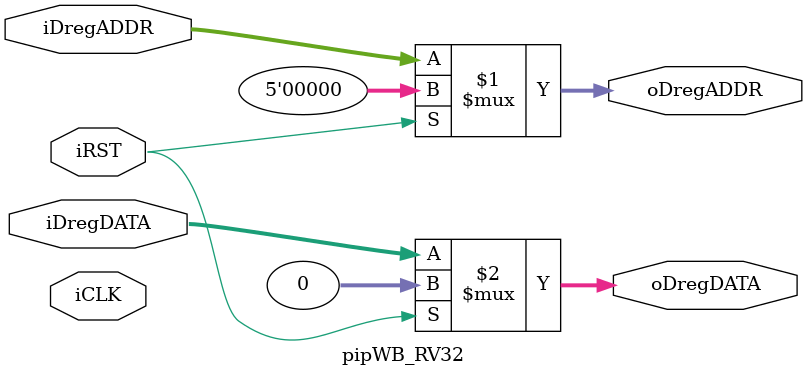
<source format=v>
/*
 *  BenchRV32I -- A simple RISC-V (RV32I) Processor Core
 *  Copyright (c) 2020, Alessandro Dei Giudici <alessandro.deig@live.it>
 *  
 *  A file containing the definitions of the WriteBack Stage Unit
 *
 *  THIS SOFTWARE IS PROVIDED BY THE COPYRIGHT HOLDERS AND CONTRIBUTORS "AS IS"
 *  AND ANY EXPRESS OR IMPLIED WARRANTIES, INCLUDING, BUT NOT LIMITED TO, THE
 *  IMPLIED WARRANTIES OF MERCHANTABILITY AND FITNESS FOR A PARTICULAR PURPOSE ARE
 *  DISCLAIMED. IN NO EVENT SHALL THE COPYRIGHT HOLDER OR CONTRIBUTORS BE LIABLE
 *  FOR ANY DIRECT, INDIRECT, INCIDENTAL, SPECIAL, EXEMPLARY, OR CONSEQUENTIAL
 *  DAMAGES (INCLUDING, BUT NOT LIMITED TO, PROCUREMENT OF SUBSTITUTE GOODS OR
 *  SERVICES; LOSS OF USE, DATA, OR PROFITS; OR BUSINESS INTERRUPTION) HOWEVER
 *  CAUSED AND ON ANY THEORY OF LIABILITY, WHETHER IN CONTRACT, STRICT LIABILITY,
 *  OR TORT (INCLUDING NEGLIGENCE OR OTHERWISE) ARISING IN ANY WAY OUT OF THE USE
 *  OF THIS SOFTWARE, EVEN IF ADVISED OF THE POSSIBILITY OF SUCH DAMAGE.   
 *
 */
 
`timescale 1ns / 1ps 
 
module pipWB_RV32 (	
	output [4:0]  oDregADDR,	// ADDR OUT Destination Register	
	output [31:0] oDregDATA,	// DATA OUT Destination Register
	input  [4:0]  iDregADDR,	// ADDR IN Destination Register	
	input  [31:0] iDregDATA,	// DATA IN Destination Register
	input  iCLK,
	input  iRST
	);
	
	/* WriteBack logic */
	assign oDregADDR = iRST? 5'd0  : iDregADDR;	
	assign oDregDATA = iRST? 32'd0 : iDregDATA;
endmodule

</source>
